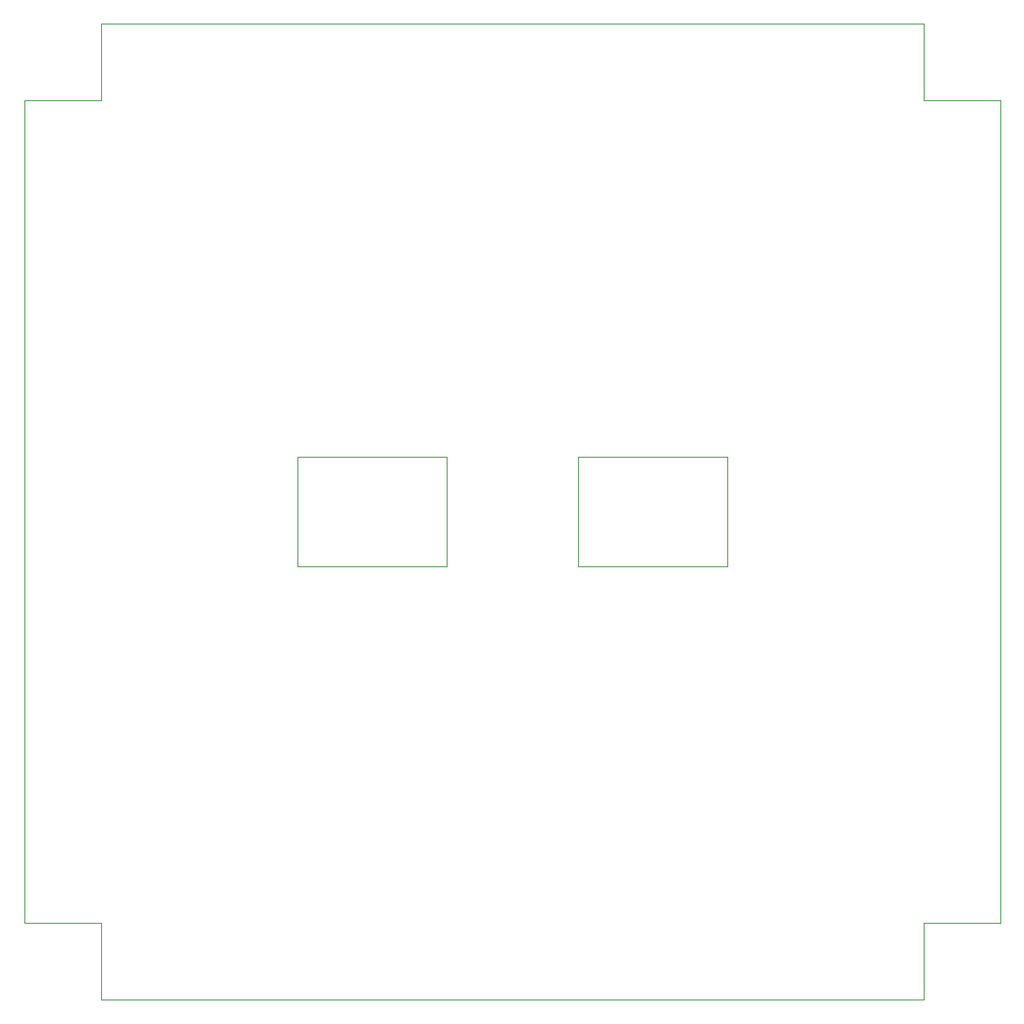
<source format=gbr>
%TF.GenerationSoftware,KiCad,Pcbnew,9.0.1*%
%TF.CreationDate,2025-06-24T16:02:31-04:00*%
%TF.ProjectId,-Z,2d5a2e6b-6963-4616-945f-706362585858,rev?*%
%TF.SameCoordinates,Original*%
%TF.FileFunction,Profile,NP*%
%FSLAX46Y46*%
G04 Gerber Fmt 4.6, Leading zero omitted, Abs format (unit mm)*
G04 Created by KiCad (PCBNEW 9.0.1) date 2025-06-24 16:02:31*
%MOMM*%
%LPD*%
G01*
G04 APERTURE LIST*
%TA.AperFunction,Profile*%
%ADD10C,0.025400*%
%TD*%
%TA.AperFunction,Profile*%
%ADD11C,0.050000*%
%TD*%
G04 APERTURE END LIST*
D10*
X205300000Y-50999999D02*
X205300000Y-58699999D01*
X122700001Y-149000000D02*
X122700000Y-141300000D01*
X205300000Y-149000000D02*
X122700001Y-149000000D01*
X205300001Y-141300000D02*
X213000001Y-141300000D01*
X205300000Y-58699999D02*
X213000001Y-58700000D01*
X213000001Y-58700000D02*
X213000001Y-141300000D01*
X122700001Y-58699999D02*
X115000000Y-58700000D01*
X122700000Y-141300000D02*
X115000000Y-141300000D01*
X122700001Y-50999999D02*
X122700001Y-58699999D01*
X205300000Y-149000000D02*
X205300001Y-141300000D01*
X122700001Y-50999999D02*
X205300000Y-50999999D01*
X115000000Y-141300000D02*
X115000000Y-58700000D01*
%TO.C,AE2*%
D11*
X157400000Y-94499800D02*
X142400000Y-94499800D01*
X142400000Y-105499800D01*
X157400000Y-105499800D01*
X157400000Y-94499800D01*
%TO.C,AE1*%
X170600000Y-105499800D02*
X185600000Y-105499800D01*
X185600000Y-94499800D01*
X170600000Y-94499800D01*
X170600000Y-105499800D01*
%TD*%
M02*

</source>
